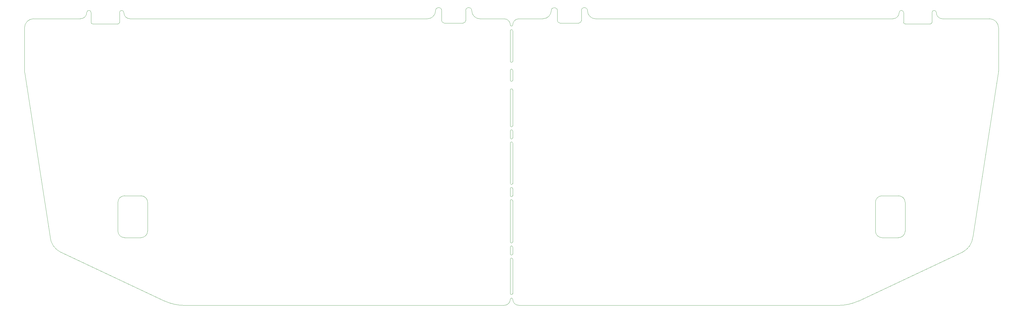
<source format=gbr>
G04 #@! TF.GenerationSoftware,KiCad,Pcbnew,(5.1.5-0-10_14)*
G04 #@! TF.CreationDate,2020-08-05T00:20:44-07:00*
G04 #@! TF.ProjectId,basis_combined_PROTON,62617369-735f-4636-9f6d-62696e65645f,rev?*
G04 #@! TF.SameCoordinates,Original*
G04 #@! TF.FileFunction,Profile,NP*
%FSLAX46Y46*%
G04 Gerber Fmt 4.6, Leading zero omitted, Abs format (unit mm)*
G04 Created by KiCad (PCBNEW (5.1.5-0-10_14)) date 2020-08-05 00:20:44*
%MOMM*%
%LPD*%
G04 APERTURE LIST*
%ADD10C,0.100000*%
%ADD11C,0.120000*%
G04 APERTURE END LIST*
D10*
X-123824375Y-116507500D02*
G75*
G02X-120824375Y-113507500I3000000J0D01*
G01*
X193855625Y-113507500D02*
G75*
G02X196855625Y-116507500I0J-3000000D01*
G01*
X144055625Y-207957499D02*
G75*
G03X150814190Y-206469023I28566J15958475D01*
G01*
X-71044375Y-207957499D02*
G75*
G02X-77802940Y-206469023I-28566J15958475D01*
G01*
X-123824375Y-130787500D02*
G75*
G03X-123788921Y-131207500I2505453J-1D01*
G01*
X196845625Y-130807500D02*
G75*
G02X196810171Y-131227500I-2505453J-1D01*
G01*
X184953082Y-190431995D02*
G75*
G03X188415624Y-185387499I-2817457J5644495D01*
G01*
X-111934375Y-190427500D02*
G75*
G02X-115396917Y-185383004I2817457J5644495D01*
G01*
X-89079308Y-113534373D02*
G75*
G02X-91119308Y-111494373I0J2040000D01*
G01*
X-103332251Y-111461252D02*
G75*
G02X-105372251Y-113501252I-2040000J0D01*
G01*
X-92559375Y-111484375D02*
G75*
G02X-91119308Y-111494373I720068J1D01*
G01*
X-103332251Y-111461252D02*
G75*
G02X-101909375Y-111484375I711626J1D01*
G01*
X178415624Y-113537498D02*
G75*
G02X176375624Y-111497498I0J2040000D01*
G01*
X164144306Y-111474377D02*
G75*
G02X162104306Y-113514377I-2040000J0D01*
G01*
X174935564Y-111484380D02*
G75*
G02X176375624Y-111497498I720061J-3119D01*
G01*
X164144306Y-111474377D02*
G75*
G02X165584375Y-111484375I720069J1D01*
G01*
X64215625Y-113537500D02*
G75*
G02X61515625Y-110837500I0J2700000D01*
G01*
X49623602Y-110727275D02*
G75*
G02X46823602Y-113527275I-2800000J0D01*
G01*
X59516865Y-110787718D02*
G75*
G02X61515625Y-110837500I998760J-49782D01*
G01*
X49623602Y-110727275D02*
G75*
G02X51612500Y-110787500I992023J-110225D01*
G01*
X26115625Y-113537500D02*
G75*
G02X23415625Y-110837500I0J2700000D01*
G01*
X11515625Y-110837500D02*
G75*
G02X8815625Y-113537500I-2700000J0D01*
G01*
X11517497Y-110837500D02*
G75*
G02X13512500Y-110787500I998128J0D01*
G01*
X21416865Y-110787718D02*
G75*
G02X23415625Y-110837500I998760J-49782D01*
G01*
X36915625Y-115537500D02*
G75*
G02X38915625Y-113537500I2000000J0D01*
G01*
X34115625Y-113537500D02*
G75*
G02X36115625Y-115537500I0J-2000000D01*
G01*
X38915625Y-207937500D02*
G75*
G02X36915625Y-205937500I0J2000000D01*
G01*
X36115625Y-205937500D02*
G75*
G02X34115625Y-207937500I-2000000J0D01*
G01*
X36115625Y-205937500D02*
G75*
G02X36915625Y-205937500I400000J0D01*
G01*
X36915625Y-115537500D02*
G75*
G02X36115625Y-115537500I-400000J0D01*
G01*
X150814190Y-206469023D02*
X184953082Y-190431995D01*
X8815625Y-113537500D02*
X-89079308Y-113534373D01*
X-105372251Y-113501252D02*
X-118268750Y-113506250D01*
X36900000Y-204000000D02*
G75*
G02X36100000Y-204000000I-400000J0D01*
G01*
X36100000Y-192750000D02*
G75*
G02X36900000Y-192750000I400000J0D01*
G01*
X36900000Y-191000000D02*
G75*
G02X36100000Y-191000000I-400000J0D01*
G01*
X36100000Y-188750000D02*
G75*
G02X36900000Y-188750000I400000J0D01*
G01*
X36900000Y-187000000D02*
G75*
G02X36100000Y-187000000I-400000J0D01*
G01*
X36100000Y-173500000D02*
G75*
G02X36900000Y-173500000I400000J0D01*
G01*
X36900000Y-171750000D02*
G75*
G02X36100000Y-171750000I-400000J0D01*
G01*
X36100000Y-169500000D02*
G75*
G02X36900000Y-169500000I400000J0D01*
G01*
X36900000Y-167750000D02*
G75*
G02X36100000Y-167750000I-400000J0D01*
G01*
X36100000Y-154500000D02*
G75*
G02X36900000Y-154500000I400000J0D01*
G01*
X36900000Y-152750000D02*
G75*
G02X36100000Y-152750000I-400000J0D01*
G01*
X36100000Y-150500000D02*
G75*
G02X36900000Y-150500000I400000J0D01*
G01*
X36900000Y-148750000D02*
G75*
G02X36100000Y-148750000I-400000J0D01*
G01*
X36100000Y-137000000D02*
G75*
G02X36900000Y-137000000I400000J0D01*
G01*
X36900000Y-133750000D02*
G75*
G02X36100000Y-133750000I-400000J0D01*
G01*
X36100000Y-130500000D02*
G75*
G02X36900000Y-130500000I400000J0D01*
G01*
X36900000Y-127500000D02*
G75*
G02X36100000Y-127500000I-400000J0D01*
G01*
X36100000Y-117500000D02*
G75*
G02X36900000Y-117500000I400000J0D01*
G01*
X36100000Y-133750000D02*
X36100000Y-130500000D01*
X36900000Y-130500000D02*
X36900000Y-133750000D01*
X36100000Y-152750000D02*
X36100000Y-150500000D01*
X36900000Y-150500000D02*
X36900000Y-152750000D01*
X36100000Y-171750000D02*
X36100000Y-169500000D01*
X36900000Y-169500000D02*
X36900000Y-171750000D01*
X36100000Y-191000000D02*
X36100000Y-188750000D01*
X36900000Y-188750000D02*
X36900000Y-191000000D01*
X36900000Y-192750000D02*
X36900000Y-204000000D01*
X36100000Y-204000000D02*
X36100000Y-192750000D01*
X36100000Y-187000000D02*
X36100000Y-173500000D01*
X36900000Y-173500000D02*
X36900000Y-187000000D01*
X36900000Y-167750000D02*
X36900000Y-154500000D01*
X36100000Y-154500000D02*
X36100000Y-167750000D01*
X36100000Y-148750000D02*
X36100000Y-137000000D01*
X36900000Y-137000000D02*
X36900000Y-148750000D01*
X36900000Y-127500000D02*
X36900000Y-117500000D01*
X36100000Y-117500000D02*
X36100000Y-127500000D01*
X26115625Y-113537500D02*
X33337500Y-113537500D01*
X64215625Y-113537500D02*
X162104306Y-113514377D01*
X46823602Y-113527275D02*
X39687500Y-113537500D01*
X178415624Y-113537498D02*
X193855625Y-113507500D01*
X39687500Y-113537500D02*
X38915625Y-113537500D01*
X196855625Y-116507500D02*
X196845625Y-130807500D01*
X196810171Y-131227500D02*
X188415624Y-185387499D01*
X38915625Y-207937500D02*
X144055625Y-207957500D01*
X-77802940Y-206469023D02*
X-111934375Y-190427500D01*
X34115625Y-207937500D02*
X-71044375Y-207957500D01*
X-123788921Y-131207500D02*
X-115396917Y-185383004D01*
X-123824375Y-116507500D02*
X-123824375Y-130787500D01*
X33337500Y-113537500D02*
X34115625Y-113537500D01*
X-118268750Y-113506250D02*
X-120824375Y-113507500D01*
D11*
X166115625Y-174037500D02*
X166115625Y-183437500D01*
X158515625Y-171837500D02*
X163915625Y-171837500D01*
X156315625Y-183437500D02*
X156315625Y-174037500D01*
X163915625Y-185637500D02*
X158515625Y-185637500D01*
X166115625Y-183437500D02*
G75*
G02X163915625Y-185637500I-2200000J0D01*
G01*
X163915625Y-171837500D02*
G75*
G02X166115625Y-174037500I0J-2200000D01*
G01*
X156315625Y-174037500D02*
G75*
G02X158515625Y-171837500I2200000J0D01*
G01*
X158515625Y-185637500D02*
G75*
G02X156315625Y-183437500I0J2200000D01*
G01*
X-83284375Y-174037500D02*
X-83284375Y-183437500D01*
X-90884375Y-171837500D02*
X-85484375Y-171837500D01*
X-93084375Y-183437500D02*
X-93084375Y-174037500D01*
X-85484375Y-185637500D02*
X-90884375Y-185637500D01*
X-83284375Y-183437500D02*
G75*
G02X-85484375Y-185637500I-2200000J0D01*
G01*
X-85484375Y-171837500D02*
G75*
G02X-83284375Y-174037500I0J-2200000D01*
G01*
X-93084375Y-174037500D02*
G75*
G02X-90884375Y-171837500I2200000J0D01*
G01*
X-90884375Y-185637500D02*
G75*
G02X-93084375Y-183437500I0J2200000D01*
G01*
D10*
X-101909375Y-114709375D02*
X-101909375Y-111484375D01*
X-93059375Y-115209375D02*
X-101409375Y-115209375D01*
X-92559375Y-111484375D02*
X-92559375Y-114709375D01*
X-101909375Y-114709375D02*
G75*
G03X-101409375Y-115209375I500000J0D01*
G01*
X-93059375Y-115209375D02*
G75*
G03X-92559375Y-114709375I0J500000D01*
G01*
X165584375Y-114709375D02*
X165584375Y-111484375D01*
X174434375Y-115209375D02*
X166084375Y-115209375D01*
X174934375Y-111484375D02*
X174934375Y-114709375D01*
X165584375Y-114709375D02*
G75*
G03X166084375Y-115209375I500000J0D01*
G01*
X174434375Y-115209375D02*
G75*
G03X174934375Y-114709375I0J500000D01*
G01*
X51612500Y-110787500D02*
X51612500Y-114117500D01*
X52412500Y-114917500D02*
X58712500Y-114917500D01*
X59512500Y-114117500D02*
X59512500Y-110787500D01*
X58712500Y-114917500D02*
G75*
G03X59512500Y-114117500I0J800000D01*
G01*
X51612500Y-114117500D02*
G75*
G03X52412500Y-114917500I800000J0D01*
G01*
X13512500Y-110787500D02*
X13512500Y-114117500D01*
X14312500Y-114917500D02*
X20612500Y-114917500D01*
X21412500Y-114117500D02*
X21412500Y-110787500D01*
X20612500Y-114917500D02*
G75*
G03X21412500Y-114117500I0J800000D01*
G01*
X13512500Y-114117500D02*
G75*
G03X14312500Y-114917500I800000J0D01*
G01*
M02*

</source>
